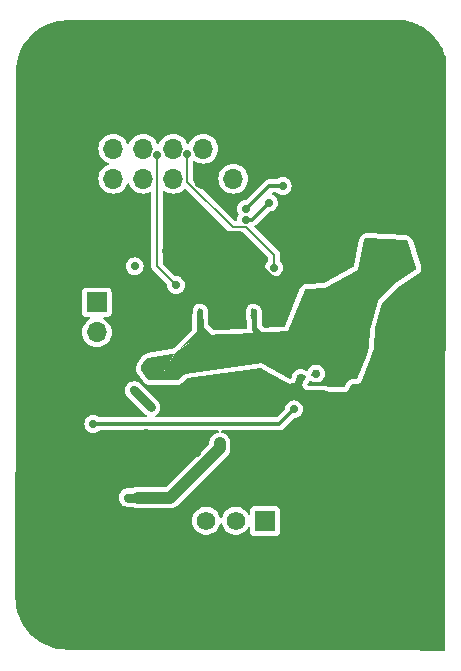
<source format=gbr>
%TF.GenerationSoftware,KiCad,Pcbnew,8.0.5*%
%TF.CreationDate,2026-01-02T18:08:47-06:00*%
%TF.ProjectId,FOC_DV,464f435f-4456-42e6-9b69-6361645f7063,rev?*%
%TF.SameCoordinates,PX7735940PY6422c40*%
%TF.FileFunction,Copper,L2,Bot*%
%TF.FilePolarity,Positive*%
%FSLAX46Y46*%
G04 Gerber Fmt 4.6, Leading zero omitted, Abs format (unit mm)*
G04 Created by KiCad (PCBNEW 8.0.5) date 2026-01-02 18:08:47*
%MOMM*%
%LPD*%
G01*
G04 APERTURE LIST*
%TA.AperFunction,ComponentPad*%
%ADD10C,6.400000*%
%TD*%
%TA.AperFunction,ComponentPad*%
%ADD11R,1.600000X1.600000*%
%TD*%
%TA.AperFunction,ComponentPad*%
%ADD12C,1.600000*%
%TD*%
%TA.AperFunction,ComponentPad*%
%ADD13C,0.399999*%
%TD*%
%TA.AperFunction,ComponentPad*%
%ADD14R,1.750000X1.750000*%
%TD*%
%TA.AperFunction,ComponentPad*%
%ADD15C,1.575000*%
%TD*%
%TA.AperFunction,ComponentPad*%
%ADD16O,2.500000X1.700000*%
%TD*%
%TA.AperFunction,ComponentPad*%
%ADD17R,1.700000X1.700000*%
%TD*%
%TA.AperFunction,ComponentPad*%
%ADD18O,1.700000X1.700000*%
%TD*%
%TA.AperFunction,ViaPad*%
%ADD19C,0.700000*%
%TD*%
%TA.AperFunction,Conductor*%
%ADD20C,0.750000*%
%TD*%
%TA.AperFunction,Conductor*%
%ADD21C,0.300000*%
%TD*%
%TA.AperFunction,Conductor*%
%ADD22C,0.200000*%
%TD*%
%TA.AperFunction,Conductor*%
%ADD23C,1.000000*%
%TD*%
G04 APERTURE END LIST*
D10*
%TO.P,H4,1*%
%TO.N,GND*%
X37302944Y50502944D03*
%TD*%
%TO.P,H2,1*%
%TO.N,GND*%
X9600000Y50600000D03*
%TD*%
%TO.P,H3,1*%
%TO.N,GND*%
X9497056Y5902944D03*
%TD*%
%TO.P,H1,1*%
%TO.N,GND*%
X37250000Y6000000D03*
%TD*%
D11*
%TO.P,C1,1*%
%TO.N,VCC*%
X33200000Y28200000D03*
D12*
%TO.P,C1,2*%
%TO.N,GND*%
X38950000Y28200000D03*
%TD*%
D13*
%TO.P,U1,V*%
%TO.N,GND*%
X21049999Y31499999D03*
X22049999Y31499999D03*
X23050000Y31499999D03*
X24050001Y31499999D03*
X25050001Y31499999D03*
X21049999Y32500000D03*
X22049999Y32500000D03*
X23050000Y32500000D03*
X24050001Y32500000D03*
X25050001Y32500000D03*
X21049999Y33500001D03*
X22049999Y33500001D03*
X23050000Y33500001D03*
X24050001Y33500001D03*
X25050001Y33500001D03*
%TD*%
D14*
%TO.P,J3,3,3*%
%TO.N,phase_A*%
X26250000Y12500000D03*
D15*
%TO.P,J3,2,2*%
%TO.N,phase_B*%
X23750000Y12500000D03*
%TO.P,J3,1,1*%
%TO.N,phase_C*%
X21250000Y12500000D03*
%TD*%
D16*
%TO.P,REF\u002A\u002A,1*%
%TO.N,VCC*%
X36500000Y34250000D03*
%TO.P,REF\u002A\u002A,2*%
%TO.N,GND*%
X36500000Y40500000D03*
%TD*%
D17*
%TO.P,U2,1*%
%TO.N,GND*%
X23540000Y44000000D03*
D18*
%TO.P,U2,2*%
%TO.N,+3.3V*%
X23540000Y41460000D03*
%TO.P,U2,3*%
%TO.N,Net-(U2-En)*%
X21000000Y44000000D03*
%TO.P,U2,4*%
%TO.N,GND*%
X21000000Y41460000D03*
%TO.P,U2,5*%
%TO.N,IN3*%
X18460000Y44000000D03*
%TO.P,U2,6*%
%TO.N,nRST*%
X18460000Y41460000D03*
%TO.P,U2,7*%
%TO.N,IN2*%
X15920000Y44000000D03*
%TO.P,U2,8*%
%TO.N,nSLP*%
X15920000Y41460000D03*
%TO.P,U2,9*%
%TO.N,IN1*%
X13380000Y44000000D03*
%TO.P,U2,10*%
%TO.N,nFLT*%
X13380000Y41460000D03*
%TD*%
D17*
%TO.P,J1,1,Pin_1*%
%TO.N,CC_out*%
X12000000Y31000000D03*
D18*
%TO.P,J1,2,Pin_2*%
%TO.N,CA_out*%
X12000000Y28460000D03*
%TD*%
D19*
%TO.N,GND*%
X29240000Y24600000D03*
X30550000Y24970000D03*
X33750000Y23750000D03*
X38320000Y16940000D03*
X36810000Y13790000D03*
X33190000Y19150000D03*
X34020000Y12110000D03*
X31560000Y9970000D03*
X28490000Y6830000D03*
X24399672Y4719673D03*
X22250000Y4610000D03*
X19980000Y4540000D03*
X14770000Y7250000D03*
X13380000Y8580000D03*
X11360000Y11010000D03*
X6230000Y17730000D03*
X6440000Y24130000D03*
X6440000Y31140000D03*
X6320000Y36470000D03*
X13160000Y46920000D03*
X19060000Y46970000D03*
X17779006Y48433202D03*
X22930991Y47679131D03*
X26773775Y46924298D03*
X28626546Y48639827D03*
X31010000Y47320000D03*
X33200000Y44399241D03*
X33830000Y46270000D03*
X39440000Y43390000D03*
X37110000Y44340000D03*
X35007303Y43162015D03*
X33190000Y41150000D03*
X36100000Y38460000D03*
X39790000Y37030000D03*
X17830000Y35350000D03*
X31090000Y21080000D03*
X21970000Y23370000D03*
X31280000Y23130000D03*
X22320000Y24380000D03*
X16170000Y19975000D03*
X9720000Y14250000D03*
X9860000Y12580000D03*
X16600000Y19300000D03*
X27120000Y32110000D03*
X26803384Y32973691D03*
X19949620Y32770380D03*
%TO.N,IN3*%
X27000000Y33940000D03*
X19615380Y43534620D03*
%TO.N,IN2*%
X18710000Y32450000D03*
X17100000Y43500000D03*
%TO.N,+3.3V*%
X22410000Y19060000D03*
X14610000Y14470000D03*
%TO.N,nRST*%
X27730000Y40850000D03*
X24624999Y38914084D03*
%TO.N,nSLP*%
X24590000Y38000000D03*
X26570000Y39440000D03*
%TO.N,GND*%
X19750000Y31950000D03*
X26200000Y32150000D03*
X26150000Y33350000D03*
X26400000Y30850000D03*
X24000000Y36700000D03*
X40450000Y19000000D03*
X39410749Y21262018D03*
X38034432Y21427839D03*
X38250000Y20350000D03*
X38700000Y22750000D03*
X39156048Y30559616D03*
X39798814Y29495036D03*
X39879159Y26582506D03*
X38774407Y24051619D03*
X39738554Y24774729D03*
X39798814Y23529372D03*
X37589308Y22585310D03*
X37700000Y23500000D03*
X37800000Y24600000D03*
X39000000Y25700000D03*
%TO.N,VCC*%
X25950000Y26750000D03*
X26850000Y26850000D03*
X26600000Y27750000D03*
X25800000Y27750000D03*
X29100000Y27800000D03*
X30300000Y27000000D03*
X31600000Y26900000D03*
X30500000Y28200000D03*
X18100000Y25400000D03*
X19000000Y26400000D03*
X19300000Y25600000D03*
X20600000Y26500000D03*
X20100000Y27250000D03*
X21000000Y27850000D03*
%TO.N,CC_out*%
X28700000Y21950000D03*
X11700000Y20700000D03*
%TO.N,CA_out*%
X16600000Y22100000D03*
X15164676Y23535324D03*
%TO.N,GND*%
X18750000Y34000000D03*
X31000000Y19500000D03*
X33000000Y18000000D03*
X20500000Y18250000D03*
X18750000Y19500000D03*
X23250000Y24500000D03*
X27250000Y30750000D03*
X33000000Y35250000D03*
X31750000Y37500000D03*
%TO.N,EN*%
X15200000Y34050000D03*
%TD*%
D20*
%TO.N,GND*%
X17830000Y35350000D02*
X19155000Y36675000D01*
X19155000Y36675000D02*
X24000000Y36675000D01*
X28800000Y23370000D02*
X31090000Y21080000D01*
X21970000Y23370000D02*
X28800000Y23370000D01*
X31230000Y23180000D02*
X31280000Y23130000D01*
X26840000Y24380000D02*
X28040000Y23180000D01*
X28040000Y23180000D02*
X31230000Y23180000D01*
X22320000Y24380000D02*
X26840000Y24380000D01*
X10845000Y14650000D02*
X16170000Y19975000D01*
X9720000Y14250000D02*
X10120000Y14650000D01*
X10120000Y14650000D02*
X10845000Y14650000D01*
X9920000Y12640000D02*
X9860000Y12580000D01*
X10730000Y12640000D02*
X9920000Y12640000D01*
X16600000Y19300000D02*
X16600000Y18510000D01*
X16600000Y18510000D02*
X10730000Y12640000D01*
X25825000Y33405000D02*
X25825000Y34115000D01*
X27120000Y32110000D02*
X25825000Y33405000D01*
X25825000Y34115000D02*
X23880000Y36060000D01*
X23880000Y36060000D02*
X24000000Y36180000D01*
X24000000Y36180000D02*
X24000000Y36675000D01*
X26803384Y32973691D02*
X26658161Y32973691D01*
X26658161Y32973691D02*
X25825000Y33806852D01*
X25825000Y33806852D02*
X25825000Y34875000D01*
X25825000Y34875000D02*
X24025000Y36675000D01*
X24025000Y36675000D02*
X24000000Y36675000D01*
X19655000Y33095000D02*
X19949620Y32800380D01*
X19350000Y33400000D02*
X19655000Y33095000D01*
X19655000Y33095000D02*
X18750000Y34000000D01*
D21*
X19350000Y33400000D02*
X18750000Y34000000D01*
D20*
X19949620Y32800380D02*
X19949620Y32770380D01*
D22*
%TO.N,IN3*%
X27000000Y35000000D02*
X27000000Y33940000D01*
X24650000Y37350000D02*
X27000000Y35000000D01*
X23483654Y37350000D02*
X24650000Y37350000D01*
X19615380Y41218274D02*
X23483654Y37350000D01*
X19615380Y43534620D02*
X19615380Y41218274D01*
%TO.N,IN2*%
X17100000Y34060000D02*
X18710000Y32450000D01*
X17100000Y43500000D02*
X17100000Y34060000D01*
D20*
%TO.N,+3.3V*%
X15510000Y14470000D02*
X14610000Y14470000D01*
D23*
X15510000Y14470000D02*
X18204925Y14470000D01*
X18204925Y14470000D02*
X22410000Y18675075D01*
X22410000Y18675075D02*
X22410000Y19060000D01*
D21*
%TO.N,nRST*%
X26560915Y40850000D02*
X27730000Y40850000D01*
X24624999Y38914084D02*
X26560915Y40850000D01*
%TO.N,nSLP*%
X24590000Y38000000D02*
X25130000Y38000000D01*
X25130000Y38000000D02*
X26570000Y39440000D01*
%TO.N,CC_out*%
X27450000Y20700000D02*
X11700000Y20700000D01*
X28700000Y21950000D02*
X27450000Y20700000D01*
D20*
%TO.N,CA_out*%
X16600000Y22100000D02*
X15164676Y23535324D01*
%TD*%
%TA.AperFunction,Conductor*%
%TO.N,VCC*%
G36*
X17600000Y25000000D02*
G01*
X19150000Y24900000D01*
X19449097Y24941494D01*
X19380614Y24879595D01*
X19380610Y24879592D01*
X18942441Y24483554D01*
X18927905Y24472662D01*
X18857962Y24429664D01*
X18824204Y24416669D01*
X18743480Y24401667D01*
X18725391Y24400000D01*
X16514133Y24400000D01*
X16498360Y24401265D01*
X16483840Y24403609D01*
X16427593Y24412687D01*
X16397649Y24422611D01*
X16341198Y24452002D01*
X16315898Y24470840D01*
X16265948Y24522276D01*
X16255878Y24534459D01*
X15765985Y25234306D01*
X15756714Y25250669D01*
X15722017Y25328298D01*
X15713478Y25364781D01*
X15710501Y25440122D01*
X15716134Y25477164D01*
X15744594Y25557283D01*
X15752546Y25574330D01*
X16073129Y26119322D01*
X16086079Y26136663D01*
X16152667Y26207992D01*
X16188198Y26232325D01*
X16278779Y26268626D01*
X16299642Y26274432D01*
X18353971Y26609832D01*
X18586538Y26647802D01*
X18586538Y26647803D01*
X18600000Y26650000D01*
X18619791Y26668750D01*
X17600000Y25000000D01*
G37*
%TD.AperFunction*%
%TA.AperFunction,Conductor*%
G36*
X20726991Y30482599D02*
G01*
X20751865Y30474068D01*
X20888054Y30405973D01*
X20909931Y30391080D01*
X20953909Y30351579D01*
X20982254Y30307434D01*
X20999872Y30251010D01*
X21004313Y30224915D01*
X21045924Y29018182D01*
X21045924Y29018179D01*
X21050000Y28900000D01*
X21133615Y28816385D01*
X21133616Y28816384D01*
X21483692Y28466307D01*
X21486132Y28463779D01*
X21497037Y28452071D01*
X21501625Y28446781D01*
X21511706Y28434290D01*
X21513842Y28431544D01*
X21538522Y28398638D01*
X21661598Y28234537D01*
X20850000Y28200000D01*
X18886570Y26921488D01*
X20500000Y28450000D01*
X20480188Y29668405D01*
X20480176Y29670124D01*
X20480190Y29678237D01*
X20480260Y29681780D01*
X20480562Y29689824D01*
X20480644Y29691602D01*
X20513986Y30291750D01*
X20517790Y30313956D01*
X20533223Y30366878D01*
X20555170Y30405929D01*
X20592345Y30446622D01*
X20609338Y30461419D01*
X20613779Y30464473D01*
X20637244Y30476367D01*
X20655757Y30482829D01*
X20707766Y30486439D01*
X20726991Y30482599D01*
G37*
%TD.AperFunction*%
%TD*%
%TA.AperFunction,Conductor*%
%TO.N,VCC*%
G36*
X38153396Y36258034D02*
G01*
X38172930Y36254986D01*
X38220816Y36242512D01*
X38256161Y36225225D01*
X38287369Y36201256D01*
X38313189Y36171564D01*
X38337591Y36128516D01*
X38345572Y36110434D01*
X38616997Y35279195D01*
X39048614Y33957367D01*
X39053046Y33936149D01*
X39058242Y33882322D01*
X39052947Y33839556D01*
X39041566Y33807645D01*
X39038535Y33799144D01*
X39015574Y33762681D01*
X38977490Y33724288D01*
X38960631Y33710662D01*
X37169744Y32562657D01*
X37169740Y32562655D01*
X37150000Y32550000D01*
X37133730Y32533128D01*
X37133723Y32533121D01*
X35835255Y31186561D01*
X35800000Y31150000D01*
X35786463Y31101059D01*
X35786459Y31101049D01*
X35786459Y31101047D01*
X35176336Y28895216D01*
X35150000Y28800000D01*
X35148701Y28779232D01*
X35148701Y28779223D01*
X35148700Y28779214D01*
X35051662Y27226586D01*
X35051125Y27220760D01*
X35049329Y27206054D01*
X35047234Y27194576D01*
X35043719Y27180178D01*
X35042166Y27174542D01*
X34852512Y26558169D01*
X34851947Y26556393D01*
X34850450Y26551835D01*
X34849207Y26548280D01*
X34847541Y26543791D01*
X34846871Y26542037D01*
X34059476Y24537758D01*
X34020601Y24490511D01*
X33961378Y24475137D01*
X33934635Y24480513D01*
X33918061Y24486313D01*
X33918053Y24486315D01*
X33750004Y24505249D01*
X33749996Y24505249D01*
X33581946Y24486315D01*
X33581934Y24486312D01*
X33422309Y24430456D01*
X33422308Y24430456D01*
X33279113Y24340480D01*
X33159520Y24220887D01*
X33069544Y24077692D01*
X33069544Y24077691D01*
X33013686Y23918061D01*
X33013686Y23918059D01*
X33009016Y23876611D01*
X32983712Y23820904D01*
X32930496Y23790709D01*
X32906092Y23788801D01*
X31654228Y23846358D01*
X31603776Y23862937D01*
X31597336Y23867240D01*
X31597334Y23867241D01*
X31456205Y23925698D01*
X31306382Y23955500D01*
X31306380Y23955500D01*
X29895874Y23955500D01*
X29837683Y23974407D01*
X29801719Y24023907D01*
X29801719Y24085093D01*
X29825868Y24124502D01*
X29830477Y24129110D01*
X29920456Y24272310D01*
X29938803Y24324746D01*
X29975867Y24373425D01*
X30034467Y24391022D01*
X30084918Y24375873D01*
X30199908Y24303620D01*
X30222310Y24289544D01*
X30271562Y24272310D01*
X30381934Y24233689D01*
X30381938Y24233688D01*
X30381941Y24233687D01*
X30381942Y24233687D01*
X30381946Y24233686D01*
X30549996Y24214751D01*
X30550000Y24214751D01*
X30550004Y24214751D01*
X30718053Y24233686D01*
X30718055Y24233687D01*
X30718059Y24233687D01*
X30877690Y24289544D01*
X31020890Y24379523D01*
X31140477Y24499110D01*
X31230456Y24642310D01*
X31286313Y24801941D01*
X31302183Y24942788D01*
X31305249Y24969996D01*
X31305249Y24970005D01*
X31286314Y25138054D01*
X31286311Y25138066D01*
X31236486Y25280456D01*
X31230456Y25297690D01*
X31206187Y25336313D01*
X31140479Y25440887D01*
X31140478Y25440888D01*
X31140477Y25440890D01*
X31020890Y25560477D01*
X31020887Y25560479D01*
X31020886Y25560480D01*
X30877691Y25650456D01*
X30718065Y25706312D01*
X30718053Y25706315D01*
X30550004Y25725249D01*
X30549996Y25725249D01*
X30381946Y25706315D01*
X30381934Y25706312D01*
X30222309Y25650456D01*
X30222308Y25650456D01*
X30079113Y25560480D01*
X29959520Y25440887D01*
X29869544Y25297692D01*
X29869544Y25297691D01*
X29851196Y25245256D01*
X29814130Y25196575D01*
X29755530Y25178979D01*
X29705081Y25194128D01*
X29567691Y25280456D01*
X29408065Y25336312D01*
X29408053Y25336315D01*
X29240004Y25355249D01*
X29239996Y25355249D01*
X29071946Y25336315D01*
X29071934Y25336312D01*
X28912309Y25280456D01*
X28912308Y25280456D01*
X28769113Y25190480D01*
X28649520Y25070887D01*
X28559544Y24927692D01*
X28559544Y24927691D01*
X28503688Y24768066D01*
X28503685Y24768054D01*
X28485891Y24610128D01*
X28460587Y24554420D01*
X28407372Y24524225D01*
X28346571Y24531076D01*
X28339719Y24534515D01*
X26020629Y25812987D01*
X26020627Y25812988D01*
X26020625Y25812989D01*
X26020623Y25812990D01*
X25962420Y25845076D01*
X27800000Y26100000D01*
X27900000Y28050000D01*
X25550000Y28400000D01*
X25198202Y28385030D01*
X25150908Y28743115D01*
X25150723Y28744618D01*
X25150275Y28748476D01*
X25149970Y28751507D01*
X25149626Y28755565D01*
X25149514Y28757039D01*
X25147984Y28779223D01*
X25131369Y29020157D01*
X25110937Y29316426D01*
X25110931Y29316478D01*
X25110000Y29330000D01*
X25007521Y29823763D01*
X25006208Y29831706D01*
X25003691Y29852069D01*
X25003026Y29868216D01*
X25003856Y29888692D01*
X25004513Y29896749D01*
X25044154Y30219536D01*
X25060718Y30354422D01*
X25065735Y30375613D01*
X25074899Y30401303D01*
X25098011Y30437915D01*
X25108977Y30448921D01*
X25146425Y30472492D01*
X25159706Y30477136D01*
X25204654Y30481918D01*
X25229770Y30478779D01*
X25251872Y30473382D01*
X25274500Y30465000D01*
X25403980Y30417045D01*
X25413741Y30412819D01*
X25437876Y30400790D01*
X25455782Y30389311D01*
X25472800Y30375613D01*
X25476772Y30372416D01*
X25484700Y30365300D01*
X25493106Y30356894D01*
X25505418Y30341890D01*
X25526064Y30310990D01*
X25540845Y30275306D01*
X25548097Y30238852D01*
X25550000Y30219536D01*
X25550000Y28950000D01*
X25593822Y28895222D01*
X25593826Y28895216D01*
X25886496Y28529379D01*
X25886499Y28529376D01*
X25950000Y28450000D01*
X26051546Y28454514D01*
X26051551Y28454514D01*
X26051552Y28454513D01*
X26051554Y28454514D01*
X26051556Y28454513D01*
X26949280Y28494413D01*
X28071441Y28544286D01*
X28071441Y28544287D01*
X28071444Y28544288D01*
X28200000Y28550000D01*
X29597592Y32019886D01*
X29606388Y32036807D01*
X29632405Y32076881D01*
X29658795Y32104164D01*
X29689978Y32125916D01*
X29724698Y32141261D01*
X29771289Y32151838D01*
X29790199Y32154250D01*
X31300000Y32200000D01*
X34100000Y33750000D01*
X34118412Y33840384D01*
X34613171Y36269205D01*
X34620540Y36291463D01*
X34645295Y36344268D01*
X34674423Y36380598D01*
X34710970Y36408819D01*
X34753483Y36427810D01*
X34810837Y36438407D01*
X34834224Y36439906D01*
X38153396Y36258034D01*
G37*
%TD.AperFunction*%
%TD*%
%TA.AperFunction,Conductor*%
%TO.N,VCC*%
G36*
X27900000Y28050000D02*
G01*
X27800000Y26100000D01*
X25962420Y25845076D01*
X19449098Y24941494D01*
X19150000Y24900000D01*
X17600000Y25000000D01*
X18688319Y26780887D01*
X18718768Y26812222D01*
X20850000Y28200000D01*
X25550000Y28400000D01*
X27900000Y28050000D01*
G37*
%TD.AperFunction*%
%TD*%
%TA.AperFunction,Conductor*%
%TO.N,GND*%
G36*
X30616171Y25309729D02*
G01*
X30637784Y25304796D01*
X30663944Y25295642D01*
X30690107Y25286488D01*
X30710079Y25276869D01*
X30757016Y25247376D01*
X30774348Y25233555D01*
X30813551Y25194352D01*
X30827373Y25177019D01*
X30856867Y25130079D01*
X30866485Y25110106D01*
X30884793Y25057786D01*
X30889727Y25036172D01*
X30895934Y24981083D01*
X30895934Y24958918D01*
X30889726Y24903825D01*
X30884794Y24882217D01*
X30866484Y24829893D01*
X30856866Y24809921D01*
X30827374Y24762984D01*
X30813552Y24745651D01*
X30774349Y24706448D01*
X30757016Y24692626D01*
X30710079Y24663134D01*
X30690107Y24653516D01*
X30637785Y24635207D01*
X30616171Y24630274D01*
X30561084Y24624067D01*
X30538913Y24624067D01*
X30483830Y24630274D01*
X30462220Y24635206D01*
X30409888Y24653517D01*
X30389912Y24663137D01*
X30300659Y24719219D01*
X30300656Y24719221D01*
X30201536Y24764242D01*
X30201534Y24764243D01*
X30166467Y24774773D01*
X30116174Y24809616D01*
X30095965Y24867368D01*
X30113561Y24925968D01*
X30126520Y24941141D01*
X30136755Y24950926D01*
X30173821Y24999607D01*
X30233940Y25111327D01*
X30233945Y25111343D01*
X30235514Y25114899D01*
X30235769Y25114787D01*
X30243131Y25130082D01*
X30272624Y25177020D01*
X30286437Y25194342D01*
X30325656Y25233561D01*
X30342981Y25247376D01*
X30389921Y25276871D01*
X30409884Y25286485D01*
X30462220Y25304799D01*
X30483826Y25309729D01*
X30538914Y25315936D01*
X30561084Y25315936D01*
X30616171Y25309729D01*
G37*
%TD.AperFunction*%
%TA.AperFunction,Conductor*%
G36*
X37963090Y54897547D02*
G01*
X38307126Y54829174D01*
X38315606Y54827095D01*
X38600721Y54743631D01*
X38686025Y54718659D01*
X38694322Y54715825D01*
X38885691Y54640856D01*
X39053667Y54575051D01*
X39061671Y54571499D01*
X39354768Y54425563D01*
X39407159Y54399477D01*
X39414823Y54395227D01*
X39743728Y54193315D01*
X39750985Y54188404D01*
X40060745Y53958173D01*
X40067544Y53952636D01*
X40355696Y53695919D01*
X40361979Y53689802D01*
X40626298Y53408583D01*
X40632014Y53401935D01*
X40870414Y53098432D01*
X40875520Y53091303D01*
X41086132Y52767893D01*
X41090586Y52760341D01*
X41271751Y52419573D01*
X41275520Y52411656D01*
X41425823Y52056197D01*
X41428877Y52047978D01*
X41525914Y51746544D01*
X41530677Y51716146D01*
X41499876Y1612053D01*
X41480933Y1553874D01*
X41431411Y1517941D01*
X41398814Y1513135D01*
X37282740Y1598886D01*
X37271885Y1599711D01*
X37265893Y1600500D01*
X37265892Y1600500D01*
X37265890Y1600500D01*
X37206273Y1600500D01*
X37204211Y1600521D01*
X37200131Y1600606D01*
X37144547Y1601764D01*
X37144546Y1601764D01*
X37144542Y1601764D01*
X37138537Y1601100D01*
X37127658Y1600500D01*
X9502279Y1600500D01*
X9497707Y1600606D01*
X9098646Y1619056D01*
X9089541Y1619899D01*
X8696119Y1674779D01*
X8687130Y1676460D01*
X8300479Y1767400D01*
X8291684Y1769902D01*
X7915060Y1896133D01*
X7906533Y1899436D01*
X7543162Y2059880D01*
X7534976Y2063957D01*
X7187956Y2257247D01*
X7180182Y2262060D01*
X6852486Y2486536D01*
X6845188Y2492047D01*
X6539601Y2745803D01*
X6532843Y2751963D01*
X6251962Y3032844D01*
X6245802Y3039602D01*
X5992046Y3345189D01*
X5986535Y3352487D01*
X5762059Y3680183D01*
X5757246Y3687957D01*
X5563956Y4034977D01*
X5559879Y4043163D01*
X5399435Y4406534D01*
X5396132Y4415061D01*
X5269901Y4791685D01*
X5267399Y4800480D01*
X5246159Y4890787D01*
X5176456Y5187146D01*
X5174780Y5196107D01*
X5119898Y5589542D01*
X5119055Y5598647D01*
X5100606Y5997694D01*
X5100501Y6002309D01*
X5104433Y12500000D01*
X20056910Y12500000D01*
X20077225Y12280770D01*
X20137477Y12069006D01*
X20235614Y11871919D01*
X20368296Y11696220D01*
X20531003Y11547894D01*
X20718194Y11431990D01*
X20923495Y11352455D01*
X21139916Y11312000D01*
X21360084Y11312000D01*
X21576505Y11352455D01*
X21781806Y11431990D01*
X21968997Y11547894D01*
X22131704Y11696220D01*
X22264386Y11871919D01*
X22362523Y12069006D01*
X22404780Y12217525D01*
X22438889Y12268318D01*
X22496342Y12289362D01*
X22555191Y12272618D01*
X22592960Y12224481D01*
X22595215Y12217541D01*
X22637477Y12069006D01*
X22735614Y11871919D01*
X22868296Y11696220D01*
X23031003Y11547894D01*
X23218194Y11431990D01*
X23423495Y11352455D01*
X23639916Y11312000D01*
X23860084Y11312000D01*
X24076505Y11352455D01*
X24281806Y11431990D01*
X24468997Y11547894D01*
X24631704Y11696220D01*
X24764386Y11871919D01*
X24786880Y11917095D01*
X24829740Y11960755D01*
X24890081Y11970885D01*
X24944853Y11943614D01*
X24973134Y11889356D01*
X24974500Y11872965D01*
X24974500Y11593479D01*
X24974501Y11593477D01*
X24989352Y11499701D01*
X24989354Y11499696D01*
X25046950Y11386658D01*
X25136658Y11296950D01*
X25249696Y11239354D01*
X25343481Y11224500D01*
X27156518Y11224501D01*
X27156521Y11224501D01*
X27156522Y11224502D01*
X27203411Y11231928D01*
X27250299Y11239353D01*
X27250299Y11239354D01*
X27250304Y11239354D01*
X27363342Y11296950D01*
X27453050Y11386658D01*
X27510646Y11499696D01*
X27525500Y11593481D01*
X27525499Y13406518D01*
X27525499Y13406519D01*
X27525499Y13406522D01*
X27525498Y13406524D01*
X27510647Y13500300D01*
X27510646Y13500302D01*
X27510646Y13500304D01*
X27453050Y13613342D01*
X27363342Y13703050D01*
X27250304Y13760646D01*
X27250305Y13760646D01*
X27156521Y13775500D01*
X25343478Y13775500D01*
X25343476Y13775499D01*
X25249700Y13760648D01*
X25249695Y13760646D01*
X25136659Y13703051D01*
X25046949Y13613341D01*
X24989354Y13500305D01*
X24974500Y13406522D01*
X24974500Y13127037D01*
X24955593Y13068846D01*
X24906093Y13032882D01*
X24844907Y13032882D01*
X24795407Y13068846D01*
X24786879Y13082909D01*
X24781069Y13094576D01*
X24764386Y13128081D01*
X24631704Y13303780D01*
X24468997Y13452106D01*
X24281806Y13568010D01*
X24076505Y13647545D01*
X24076504Y13647546D01*
X24076502Y13647546D01*
X23860084Y13688000D01*
X23639916Y13688000D01*
X23423497Y13647546D01*
X23218193Y13568010D01*
X23218188Y13568007D01*
X23031005Y13452108D01*
X23031002Y13452106D01*
X22868297Y13303782D01*
X22735615Y13128083D01*
X22735610Y13128074D01*
X22637478Y12930997D01*
X22595221Y12782478D01*
X22561111Y12731683D01*
X22503658Y12710639D01*
X22444809Y12727383D01*
X22407040Y12775520D01*
X22404779Y12782478D01*
X22362523Y12930994D01*
X22264386Y13128081D01*
X22131704Y13303780D01*
X21968997Y13452106D01*
X21781806Y13568010D01*
X21576505Y13647545D01*
X21576504Y13647546D01*
X21576502Y13647546D01*
X21360084Y13688000D01*
X21139916Y13688000D01*
X20923497Y13647546D01*
X20718193Y13568010D01*
X20718188Y13568007D01*
X20531005Y13452108D01*
X20531002Y13452106D01*
X20368297Y13303782D01*
X20235615Y13128083D01*
X20235610Y13128074D01*
X20137478Y12930997D01*
X20137477Y12930994D01*
X20077225Y12719230D01*
X20056910Y12500000D01*
X5104433Y12500000D01*
X5109396Y20700005D01*
X10944751Y20700005D01*
X10944751Y20699996D01*
X10963685Y20531947D01*
X10963688Y20531935D01*
X11019544Y20372310D01*
X11019544Y20372309D01*
X11109520Y20229114D01*
X11109523Y20229110D01*
X11229110Y20109523D01*
X11229112Y20109522D01*
X11229113Y20109521D01*
X11341562Y20038864D01*
X11372310Y20019544D01*
X11436232Y19997177D01*
X11531934Y19963689D01*
X11531938Y19963688D01*
X11531941Y19963687D01*
X11531942Y19963687D01*
X11531946Y19963686D01*
X11699996Y19944751D01*
X11700000Y19944751D01*
X11700004Y19944751D01*
X11868053Y19963686D01*
X11868055Y19963687D01*
X11868059Y19963687D01*
X12027690Y20019544D01*
X12170890Y20109523D01*
X12181872Y20120506D01*
X12236387Y20148281D01*
X12251874Y20149500D01*
X22266311Y20149500D01*
X22324502Y20130593D01*
X22360466Y20081093D01*
X22360466Y20019907D01*
X22324502Y19970407D01*
X22285625Y19953402D01*
X22147334Y19925894D01*
X22147332Y19925894D01*
X21983455Y19858015D01*
X21983454Y19858015D01*
X21835965Y19759465D01*
X21710535Y19634035D01*
X21611985Y19486546D01*
X21611985Y19486545D01*
X21544106Y19322668D01*
X21544106Y19322666D01*
X21509500Y19148694D01*
X21509500Y19089083D01*
X21490593Y19030892D01*
X21480504Y19019079D01*
X17860921Y15399496D01*
X17806404Y15371719D01*
X17790917Y15370500D01*
X15421306Y15370500D01*
X15247334Y15335894D01*
X15247332Y15335894D01*
X15083457Y15268016D01*
X15083444Y15268009D01*
X15074731Y15262186D01*
X15019728Y15245500D01*
X14533617Y15245500D01*
X14383795Y15215698D01*
X14383793Y15215698D01*
X14242665Y15157241D01*
X14242664Y15157241D01*
X14115648Y15072370D01*
X14115644Y15072367D01*
X14007633Y14964356D01*
X14007630Y14964352D01*
X13922759Y14837336D01*
X13922759Y14837335D01*
X13864302Y14696207D01*
X13864302Y14696205D01*
X13834500Y14546383D01*
X13834500Y14393618D01*
X13864302Y14243796D01*
X13864302Y14243794D01*
X13922759Y14102666D01*
X13922759Y14102665D01*
X13965049Y14039374D01*
X14007630Y13975648D01*
X14115648Y13867630D01*
X14242663Y13782761D01*
X14242664Y13782761D01*
X14242665Y13782760D01*
X14260195Y13775499D01*
X14383795Y13724302D01*
X14533620Y13694500D01*
X15019728Y13694500D01*
X15074731Y13677814D01*
X15083444Y13671992D01*
X15083457Y13671985D01*
X15142459Y13647546D01*
X15247334Y13604106D01*
X15421309Y13569500D01*
X15421310Y13569500D01*
X18293616Y13569500D01*
X18293617Y13569500D01*
X18467591Y13604105D01*
X18549531Y13638047D01*
X18631472Y13671987D01*
X18764159Y13760646D01*
X18778961Y13770536D01*
X23109464Y18101039D01*
X23109813Y18101563D01*
X23148935Y18160113D01*
X23148936Y18160115D01*
X23172599Y18195529D01*
X23208013Y18248528D01*
X23241953Y18330469D01*
X23275895Y18412409D01*
X23310500Y18586383D01*
X23310500Y18763767D01*
X23310500Y19148691D01*
X23275894Y19322666D01*
X23208014Y19486545D01*
X23208014Y19486546D01*
X23109464Y19634035D01*
X22984034Y19759465D01*
X22836544Y19858015D01*
X22672666Y19925894D01*
X22534375Y19953402D01*
X22480991Y19983299D01*
X22455375Y20038864D01*
X22467312Y20098874D01*
X22512242Y20140406D01*
X22553689Y20149500D01*
X27522474Y20149500D01*
X27522475Y20149500D01*
X27662485Y20187016D01*
X27788015Y20259490D01*
X28701737Y21173214D01*
X28756252Y21200989D01*
X28760637Y21201584D01*
X28868059Y21213687D01*
X29027690Y21269544D01*
X29170890Y21359523D01*
X29290477Y21479110D01*
X29380456Y21622310D01*
X29436313Y21781941D01*
X29455249Y21950000D01*
X29455249Y21950005D01*
X29436314Y22118054D01*
X29436311Y22118066D01*
X29413480Y22183310D01*
X29380456Y22277690D01*
X29290477Y22420890D01*
X29170890Y22540477D01*
X29170887Y22540479D01*
X29170886Y22540480D01*
X29027691Y22630456D01*
X28868065Y22686312D01*
X28868053Y22686315D01*
X28700004Y22705249D01*
X28699996Y22705249D01*
X28531946Y22686315D01*
X28531934Y22686312D01*
X28372309Y22630456D01*
X28372308Y22630456D01*
X28229113Y22540480D01*
X28109520Y22420887D01*
X28019544Y22277692D01*
X28019544Y22277691D01*
X27963686Y22118061D01*
X27963686Y22118059D01*
X27951584Y22010656D01*
X27926280Y21954949D01*
X27923211Y21951739D01*
X27250971Y21279497D01*
X27196454Y21251719D01*
X27180967Y21250500D01*
X17050856Y21250500D01*
X16992665Y21269407D01*
X16956701Y21318907D01*
X16956701Y21380093D01*
X16992665Y21429593D01*
X16995855Y21431816D01*
X17030925Y21455249D01*
X17094353Y21497630D01*
X17202370Y21605647D01*
X17287239Y21732663D01*
X17345698Y21873795D01*
X17375500Y22023620D01*
X17375500Y22176380D01*
X17345698Y22326205D01*
X17287240Y22467335D01*
X17287240Y22467336D01*
X17238366Y22540480D01*
X17202370Y22594352D01*
X15659028Y24137694D01*
X15532013Y24222563D01*
X15532012Y24222564D01*
X15532010Y24222565D01*
X15390881Y24281022D01*
X15241058Y24310824D01*
X15241056Y24310824D01*
X15088296Y24310824D01*
X15088293Y24310824D01*
X14938471Y24281022D01*
X14938469Y24281022D01*
X14797341Y24222565D01*
X14797340Y24222565D01*
X14670324Y24137694D01*
X14670320Y24137691D01*
X14562309Y24029680D01*
X14562306Y24029676D01*
X14477435Y23902660D01*
X14477435Y23902659D01*
X14418978Y23761531D01*
X14418978Y23761529D01*
X14389176Y23611707D01*
X14389176Y23458942D01*
X14418978Y23309120D01*
X14418978Y23309118D01*
X14477435Y23167990D01*
X14477435Y23167989D01*
X14519725Y23104698D01*
X14562306Y23040972D01*
X16105648Y21497630D01*
X16204147Y21431815D01*
X16242026Y21383765D01*
X16244428Y21322627D01*
X16210435Y21271753D01*
X16153031Y21250576D01*
X16149145Y21250500D01*
X12251874Y21250500D01*
X12193683Y21269407D01*
X12181876Y21279491D01*
X12170890Y21290477D01*
X12170887Y21290479D01*
X12170886Y21290480D01*
X12027691Y21380456D01*
X11868065Y21436312D01*
X11868053Y21436315D01*
X11700004Y21455249D01*
X11699996Y21455249D01*
X11531946Y21436315D01*
X11531934Y21436312D01*
X11372309Y21380456D01*
X11372308Y21380456D01*
X11229113Y21290480D01*
X11109520Y21170887D01*
X11019544Y21027692D01*
X11019544Y21027691D01*
X10963688Y20868066D01*
X10963685Y20868054D01*
X10944751Y20700005D01*
X5109396Y20700005D01*
X5112255Y25424114D01*
X15305316Y25424114D01*
X15308293Y25348775D01*
X15308295Y25348760D01*
X15318646Y25272374D01*
X15327184Y25235897D01*
X15327187Y25235886D01*
X15351813Y25162832D01*
X15386510Y25085203D01*
X15386516Y25085191D01*
X15386521Y25085180D01*
X15396493Y25065446D01*
X15403907Y25050775D01*
X15413178Y25034412D01*
X15413182Y25034406D01*
X15413185Y25034401D01*
X15433772Y25001788D01*
X15433788Y25001764D01*
X15510101Y24892746D01*
X15917446Y24310824D01*
X15923685Y24301912D01*
X15943327Y24276113D01*
X15953391Y24263938D01*
X15975044Y24239778D01*
X16024997Y24188339D01*
X16025005Y24188332D01*
X16073722Y24145601D01*
X16073725Y24145598D01*
X16099020Y24126763D01*
X16115840Y24116218D01*
X16153937Y24092331D01*
X16210388Y24062940D01*
X16238072Y24051234D01*
X16270072Y24037703D01*
X16270074Y24037703D01*
X16270082Y24037699D01*
X16290492Y24030935D01*
X16300019Y24027777D01*
X16300022Y24027777D01*
X16300026Y24027775D01*
X16362983Y24012367D01*
X16362988Y24012367D01*
X16362989Y24012366D01*
X16453538Y23997752D01*
X16461664Y23997580D01*
X16465943Y23997063D01*
X16481716Y23995798D01*
X16514133Y23994500D01*
X16514142Y23994500D01*
X18725402Y23994500D01*
X18725406Y23994501D01*
X18762602Y23996211D01*
X18762619Y23996213D01*
X18762627Y23996213D01*
X18773556Y23997221D01*
X18780691Y23997878D01*
X18817571Y24002993D01*
X18898295Y24017995D01*
X18969879Y24038239D01*
X19003637Y24051234D01*
X19070326Y24084220D01*
X19140269Y24127218D01*
X19171062Y24148155D01*
X19185598Y24159047D01*
X19214345Y24182724D01*
X19605823Y24536562D01*
X19658600Y24561177D01*
X25852079Y25420387D01*
X25912314Y25409655D01*
X25913410Y25409060D01*
X26764754Y24939729D01*
X28143920Y24179419D01*
X28143945Y24179406D01*
X28143952Y24179402D01*
X28157824Y24172100D01*
X28164676Y24168661D01*
X28178871Y24161878D01*
X28301167Y24128126D01*
X28361968Y24121275D01*
X28361969Y24121275D01*
X28488710Y24126966D01*
X28607488Y24171544D01*
X28660703Y24201739D01*
X28759893Y24280840D01*
X28829785Y24386721D01*
X28853023Y24437882D01*
X28854766Y24441256D01*
X28888838Y24564715D01*
X28888838Y24564716D01*
X28888841Y24564726D01*
X28900270Y24666175D01*
X28905204Y24687786D01*
X28906898Y24692626D01*
X28923515Y24740115D01*
X28933129Y24760080D01*
X28962623Y24807018D01*
X28976439Y24824344D01*
X29015656Y24863561D01*
X29032981Y24877376D01*
X29079921Y24906871D01*
X29099884Y24916485D01*
X29152220Y24934799D01*
X29173826Y24939729D01*
X29228914Y24945936D01*
X29251076Y24945937D01*
X29306175Y24939730D01*
X29327783Y24934797D01*
X29380106Y24916488D01*
X29400077Y24906871D01*
X29489342Y24850781D01*
X29588460Y24805760D01*
X29623528Y24795230D01*
X29673822Y24760386D01*
X29694031Y24702634D01*
X29676435Y24644034D01*
X29663473Y24628857D01*
X29653241Y24619075D01*
X29653238Y24619072D01*
X29616899Y24571344D01*
X29616280Y24570552D01*
X29616170Y24570385D01*
X29556055Y24458667D01*
X29554487Y24455107D01*
X29554236Y24455218D01*
X29546866Y24439920D01*
X29491221Y24351362D01*
X29485145Y24342748D01*
X29480123Y24336378D01*
X29455972Y24296965D01*
X29455963Y24296950D01*
X29416067Y24210402D01*
X29416065Y24210398D01*
X29396219Y24085095D01*
X29396219Y24023905D01*
X29416066Y23898600D01*
X29473662Y23785560D01*
X29473666Y23785554D01*
X29509622Y23736065D01*
X29509624Y23736063D01*
X29509627Y23736059D01*
X29509628Y23736058D01*
X29599338Y23646349D01*
X29599339Y23646348D01*
X29712370Y23588757D01*
X29712375Y23588755D01*
X29712379Y23588753D01*
X29770570Y23569846D01*
X29820691Y23561908D01*
X29895871Y23550000D01*
X29895874Y23550000D01*
X31256694Y23550000D01*
X31276006Y23548098D01*
X31295309Y23544259D01*
X31328361Y23537685D01*
X31346924Y23532054D01*
X31442157Y23492607D01*
X31442157Y23492608D01*
X31468996Y23481490D01*
X31474464Y23479028D01*
X31477010Y23477788D01*
X31477185Y23477703D01*
X31527637Y23461124D01*
X31635604Y23441286D01*
X32887468Y23383729D01*
X32887478Y23383730D01*
X32887482Y23383729D01*
X32908778Y23384071D01*
X32937699Y23384535D01*
X32962103Y23386443D01*
X32962120Y23386446D01*
X32962129Y23386446D01*
X32992488Y23390725D01*
X33011830Y23393450D01*
X33130610Y23438027D01*
X33136356Y23441287D01*
X33139036Y23442809D01*
X33183826Y23468222D01*
X33283016Y23547322D01*
X33352909Y23653202D01*
X33378213Y23708909D01*
X33378215Y23708914D01*
X33385708Y23736065D01*
X33407582Y23815323D01*
X33409570Y23821684D01*
X33433513Y23890109D01*
X33443131Y23910082D01*
X33472624Y23957019D01*
X33486439Y23974344D01*
X33525656Y24013561D01*
X33542981Y24027376D01*
X33589921Y24056871D01*
X33609884Y24066485D01*
X33662220Y24084799D01*
X33683822Y24089729D01*
X33738922Y24095937D01*
X33761083Y24095937D01*
X33827248Y24088481D01*
X33832067Y24087938D01*
X33847149Y24085040D01*
X33854706Y24082969D01*
X33854709Y24082969D01*
X33854718Y24082966D01*
X33881461Y24077590D01*
X33936994Y24070371D01*
X33936998Y24070372D01*
X33937001Y24070371D01*
X34063258Y24082645D01*
X34063259Y24082646D01*
X34063267Y24082646D01*
X34122490Y24098020D01*
X34238788Y24148715D01*
X34333730Y24232867D01*
X34372605Y24280114D01*
X34436896Y24389486D01*
X35224291Y26393765D01*
X35225676Y26397340D01*
X35226346Y26399094D01*
X35227704Y26402701D01*
X35229370Y26407190D01*
X35231984Y26414443D01*
X35233227Y26417998D01*
X35235704Y26425305D01*
X35237201Y26429863D01*
X35238364Y26433462D01*
X35238929Y26435238D01*
X35240080Y26438917D01*
X35429734Y27055290D01*
X35433096Y27066821D01*
X35434649Y27072457D01*
X35437650Y27084007D01*
X35441165Y27098405D01*
X35446144Y27121766D01*
X35448239Y27133244D01*
X35451838Y27156897D01*
X35453634Y27171603D01*
X35454913Y27183542D01*
X35455450Y27189368D01*
X35456372Y27201292D01*
X35456373Y27201300D01*
X35550818Y28712466D01*
X35551432Y28722289D01*
X35554822Y28742506D01*
X35555619Y28745388D01*
X35567162Y28787117D01*
X35567161Y28787118D01*
X36156671Y30918426D01*
X36180818Y30960745D01*
X37400823Y32225936D01*
X37418646Y32240550D01*
X39179466Y33369280D01*
X39215525Y33395290D01*
X39232384Y33408916D01*
X39265378Y33438717D01*
X39303462Y33477110D01*
X39358709Y33546606D01*
X39381670Y33583069D01*
X39420483Y33662962D01*
X39423502Y33671428D01*
X39434883Y33703339D01*
X39455374Y33789730D01*
X39460669Y33832496D01*
X39461866Y33921284D01*
X39456670Y33975111D01*
X39454086Y33992081D01*
X39449982Y34019038D01*
X39449979Y34019060D01*
X39445547Y34040278D01*
X39434085Y34083235D01*
X39002468Y35405063D01*
X38731043Y36236302D01*
X38716544Y36274173D01*
X38708563Y36292255D01*
X38690356Y36328483D01*
X38665954Y36371531D01*
X38619177Y36437650D01*
X38619171Y36437657D01*
X38619164Y36437666D01*
X38593365Y36467334D01*
X38593359Y36467340D01*
X38593357Y36467342D01*
X38541235Y36516387D01*
X38534372Y36522845D01*
X38534368Y36522848D01*
X38534366Y36522850D01*
X38503158Y36546819D01*
X38503155Y36546821D01*
X38503151Y36546824D01*
X38434321Y36589490D01*
X38398978Y36606776D01*
X38398976Y36606777D01*
X38323035Y36634917D01*
X38323032Y36634918D01*
X38323029Y36634919D01*
X38275162Y36647388D01*
X38275142Y36647393D01*
X38235441Y36655639D01*
X38215894Y36658689D01*
X38175598Y36662926D01*
X38175584Y36662927D01*
X38175582Y36662927D01*
X34856410Y36844799D01*
X34856406Y36844799D01*
X34856393Y36844800D01*
X34811213Y36844590D01*
X34808287Y36844576D01*
X34808276Y36844576D01*
X34808264Y36844575D01*
X34784911Y36843078D01*
X34784906Y36843078D01*
X34784900Y36843077D01*
X34749882Y36838736D01*
X34737169Y36837159D01*
X34737146Y36837156D01*
X34679808Y36826561D01*
X34588098Y36798052D01*
X34545577Y36779057D01*
X34545570Y36779053D01*
X34463138Y36729770D01*
X34463136Y36729769D01*
X34426595Y36701553D01*
X34426591Y36701550D01*
X34358055Y36634255D01*
X34358047Y36634246D01*
X34328930Y36597930D01*
X34328925Y36597923D01*
X34328925Y36597922D01*
X34282159Y36522845D01*
X34278136Y36516387D01*
X34253375Y36463570D01*
X34235595Y36418928D01*
X34235592Y36418920D01*
X34228214Y36396633D01*
X34228213Y36396632D01*
X34215835Y36350162D01*
X34215832Y36350149D01*
X33749103Y34058934D01*
X33718961Y34005688D01*
X33700042Y33992081D01*
X31210524Y32613955D01*
X31165576Y32601614D01*
X29921056Y32563902D01*
X29777917Y32559564D01*
X29763469Y32558427D01*
X29738885Y32556491D01*
X29725930Y32554838D01*
X29719983Y32554079D01*
X29719973Y32554078D01*
X29719971Y32554077D01*
X29710990Y32552489D01*
X29681517Y32547276D01*
X29681508Y32547275D01*
X29681491Y32547271D01*
X29634938Y32536703D01*
X29634933Y32536701D01*
X29634929Y32536700D01*
X29634926Y32536699D01*
X29610562Y32528634D01*
X29560769Y32512150D01*
X29526053Y32496806D01*
X29457980Y32458493D01*
X29457979Y32458493D01*
X29426804Y32436746D01*
X29426801Y32436744D01*
X29367336Y32386090D01*
X29340946Y32358808D01*
X29340944Y32358805D01*
X29292293Y32297684D01*
X29266282Y32257619D01*
X29246597Y32223840D01*
X29237802Y32206921D01*
X29221453Y32171379D01*
X27945140Y29002603D01*
X27905861Y28955690D01*
X27857705Y28940688D01*
X26933481Y28899611D01*
X26933462Y28899611D01*
X26188160Y28866486D01*
X26129187Y28882791D01*
X26106458Y28903543D01*
X25977194Y29065124D01*
X25955607Y29122375D01*
X25955500Y29126969D01*
X25955500Y30219523D01*
X25955500Y30219536D01*
X25953546Y30259293D01*
X25951643Y30278609D01*
X25945804Y30317970D01*
X25938552Y30354424D01*
X25938551Y30354425D01*
X25938551Y30354430D01*
X25915483Y30430469D01*
X25915474Y30430493D01*
X25900697Y30466168D01*
X25876279Y30511852D01*
X25863229Y30536268D01*
X25842583Y30567168D01*
X25818889Y30599118D01*
X25818273Y30599869D01*
X25806587Y30614111D01*
X25806584Y30614113D01*
X25806577Y30614122D01*
X25779838Y30643626D01*
X25772431Y30651033D01*
X25769025Y30657719D01*
X25728427Y30690396D01*
X25728424Y30690398D01*
X25727085Y30691476D01*
X25727069Y30691489D01*
X25727058Y30691497D01*
X25727059Y30691497D01*
X25710041Y30705195D01*
X25710022Y30705209D01*
X25674640Y30730677D01*
X25674635Y30730680D01*
X25674627Y30730686D01*
X25656721Y30742165D01*
X25656719Y30742166D01*
X25656713Y30742170D01*
X25618776Y30763703D01*
X25618768Y30763707D01*
X25594635Y30775735D01*
X25594623Y30775741D01*
X25574850Y30784940D01*
X25573720Y30785430D01*
X25565067Y30789176D01*
X25544809Y30797307D01*
X25415339Y30845257D01*
X25415335Y30845258D01*
X25392734Y30853630D01*
X25379637Y30857640D01*
X25348063Y30867308D01*
X25325961Y30872705D01*
X25325953Y30872707D01*
X25325951Y30872707D01*
X25280060Y30881149D01*
X25270011Y30882405D01*
X25254942Y30884288D01*
X25254938Y30884289D01*
X25254935Y30884289D01*
X25163542Y30885126D01*
X25161755Y30885142D01*
X25161754Y30885142D01*
X25161753Y30885142D01*
X25161745Y30885142D01*
X25116820Y30880363D01*
X25116798Y30880359D01*
X25025866Y30859913D01*
X25012586Y30855269D01*
X24930410Y30815666D01*
X24903290Y30798595D01*
X24892970Y30792099D01*
X24889302Y30789166D01*
X24821725Y30735132D01*
X24810756Y30724123D01*
X24755115Y30654371D01*
X24732002Y30617758D01*
X24692971Y30537543D01*
X24683809Y30511858D01*
X24671139Y30469020D01*
X24666126Y30447846D01*
X24666125Y30447841D01*
X24658239Y30403835D01*
X24658238Y30403827D01*
X24641677Y30268961D01*
X24641677Y30268960D01*
X24602033Y29946148D01*
X24600354Y29929716D01*
X24599699Y29921685D01*
X24598688Y29905105D01*
X24597858Y29884634D01*
X24597869Y29851523D01*
X24598532Y29835397D01*
X24601254Y29802324D01*
X24603772Y29781956D01*
X24606141Y29765541D01*
X24607443Y29757662D01*
X24610486Y29741335D01*
X24705991Y29281177D01*
X24707822Y29267871D01*
X24726830Y28992259D01*
X24726830Y28992257D01*
X24735061Y28872885D01*
X24720202Y28813532D01*
X24673293Y28774248D01*
X24640505Y28767165D01*
X21909520Y28650954D01*
X21850578Y28667370D01*
X21827721Y28688376D01*
X21827259Y28688959D01*
X21817187Y28701439D01*
X21807957Y28712471D01*
X21803373Y28717756D01*
X21793757Y28728455D01*
X21782820Y28740197D01*
X21777981Y28745300D01*
X21777949Y28745333D01*
X21777897Y28745388D01*
X21775457Y28747916D01*
X21770424Y28753038D01*
X21623949Y28899513D01*
X21477342Y29046121D01*
X21449565Y29100637D01*
X21448405Y29112712D01*
X21447913Y29126969D01*
X21409572Y30238889D01*
X21404065Y30292947D01*
X21399624Y30319042D01*
X21399619Y30319063D01*
X21386944Y30371864D01*
X21386942Y30371869D01*
X21369328Y30428282D01*
X21369326Y30428285D01*
X21369324Y30428294D01*
X21323471Y30526526D01*
X21295126Y30570671D01*
X21270912Y30599135D01*
X21224874Y30653255D01*
X21224866Y30653263D01*
X21180896Y30692756D01*
X21138118Y30726283D01*
X21116245Y30741173D01*
X21069412Y30768657D01*
X20933209Y30836759D01*
X20883418Y30857636D01*
X20883405Y30857640D01*
X20858564Y30866161D01*
X20858547Y30866166D01*
X20806419Y30880244D01*
X20806416Y30880245D01*
X20787193Y30884084D01*
X20787195Y30884084D01*
X20679690Y30890966D01*
X20679678Y30890966D01*
X20627680Y30887357D01*
X20522121Y30865677D01*
X20503608Y30859215D01*
X20453917Y30838060D01*
X20453902Y30838053D01*
X20431616Y30826756D01*
X20430445Y30826162D01*
X20430440Y30826160D01*
X20430425Y30826151D01*
X20384011Y30798595D01*
X20383997Y30798586D01*
X20379588Y30795554D01*
X20379552Y30795527D01*
X20343059Y30767239D01*
X20343034Y30767218D01*
X20326058Y30752436D01*
X20326044Y30752423D01*
X20292963Y30720121D01*
X20292954Y30720112D01*
X20255791Y30679432D01*
X20255791Y30679431D01*
X20201674Y30604604D01*
X20201673Y30604601D01*
X20179723Y30565544D01*
X20143938Y30480400D01*
X20128509Y30427496D01*
X20118111Y30382419D01*
X20114306Y30360209D01*
X20114303Y30360182D01*
X20109111Y30314262D01*
X20106057Y30259293D01*
X20077282Y29741335D01*
X20075764Y29714019D01*
X20075577Y29710336D01*
X20075485Y29708324D01*
X20075345Y29705017D01*
X20075047Y29697074D01*
X20074836Y29689685D01*
X20074768Y29686250D01*
X20074691Y29679007D01*
X20074677Y29670864D01*
X20074686Y29667299D01*
X20074699Y29665419D01*
X20074740Y29661899D01*
X20090946Y28665258D01*
X20072987Y28606767D01*
X20060046Y28591779D01*
X18640961Y27247383D01*
X18626896Y27236290D01*
X18497496Y27152030D01*
X18497486Y27152022D01*
X18427962Y27094821D01*
X18427952Y27094812D01*
X18397521Y27063496D01*
X18397501Y27063473D01*
X18389672Y27053382D01*
X18339062Y27018998D01*
X18327410Y27016365D01*
X18306681Y27012981D01*
X18288632Y27010033D01*
X18288631Y27010033D01*
X16234306Y26674635D01*
X16234293Y26674632D01*
X16190945Y26665092D01*
X16190930Y26665089D01*
X16190926Y26665087D01*
X16186812Y26663943D01*
X16170066Y26659283D01*
X16127930Y26645024D01*
X16037366Y26608730D01*
X16037336Y26608716D01*
X15959084Y26566894D01*
X15959078Y26566891D01*
X15923545Y26542557D01*
X15923537Y26542551D01*
X15856261Y26484711D01*
X15856257Y26484708D01*
X15789665Y26413374D01*
X15789662Y26413372D01*
X15761166Y26379280D01*
X15748234Y26361962D01*
X15748217Y26361938D01*
X15723621Y26324929D01*
X15403023Y25779912D01*
X15403020Y25779906D01*
X15385072Y25745774D01*
X15377109Y25728703D01*
X15377104Y25728694D01*
X15362494Y25693039D01*
X15362478Y25692996D01*
X15334026Y25612901D01*
X15315246Y25538144D01*
X15315244Y25538134D01*
X15315243Y25538128D01*
X15309610Y25501086D01*
X15309609Y25501079D01*
X15305317Y25424126D01*
X15305316Y25424114D01*
X5112255Y25424114D01*
X5114093Y28460004D01*
X10744723Y28460004D01*
X10744723Y28459997D01*
X10763791Y28242031D01*
X10763792Y28242024D01*
X10763793Y28242023D01*
X10820425Y28030670D01*
X10912898Y27832361D01*
X11038402Y27653123D01*
X11193123Y27498402D01*
X11372361Y27372898D01*
X11570670Y27280425D01*
X11782023Y27223793D01*
X11782027Y27223793D01*
X11782030Y27223792D01*
X11999997Y27204723D01*
X12000000Y27204723D01*
X12000003Y27204723D01*
X12217969Y27223792D01*
X12217970Y27223793D01*
X12217977Y27223793D01*
X12429330Y27280425D01*
X12627639Y27372898D01*
X12806877Y27498402D01*
X12961598Y27653123D01*
X13087102Y27832361D01*
X13179575Y28030670D01*
X13236207Y28242023D01*
X13255277Y28460000D01*
X13255277Y28460004D01*
X13236208Y28677970D01*
X13236207Y28677973D01*
X13236207Y28677977D01*
X13179575Y28889330D01*
X13097601Y29065124D01*
X13087107Y29087628D01*
X13087103Y29087636D01*
X12961601Y29266873D01*
X12961600Y29266874D01*
X12961598Y29266877D01*
X12806877Y29421598D01*
X12806873Y29421601D01*
X12806872Y29421602D01*
X12627636Y29547104D01*
X12627628Y29547108D01*
X12598315Y29560777D01*
X12553567Y29602505D01*
X12541892Y29662566D01*
X12567750Y29718019D01*
X12621264Y29747682D01*
X12640152Y29749501D01*
X12881518Y29749501D01*
X12881521Y29749501D01*
X12881522Y29749502D01*
X12933049Y29757662D01*
X12975299Y29764353D01*
X12975299Y29764354D01*
X12975304Y29764354D01*
X13088342Y29821950D01*
X13178050Y29911658D01*
X13235646Y30024696D01*
X13250500Y30118481D01*
X13250499Y31881518D01*
X13250499Y31881519D01*
X13250499Y31881522D01*
X13250498Y31881524D01*
X13235647Y31975300D01*
X13235646Y31975302D01*
X13235646Y31975304D01*
X13178050Y32088342D01*
X13088342Y32178050D01*
X12975304Y32235646D01*
X12975305Y32235646D01*
X12881521Y32250500D01*
X11118478Y32250500D01*
X11118476Y32250499D01*
X11024700Y32235648D01*
X11024695Y32235646D01*
X10911659Y32178051D01*
X10821949Y32088341D01*
X10764354Y31975305D01*
X10749500Y31881522D01*
X10749500Y30118479D01*
X10749501Y30118477D01*
X10764352Y30024701D01*
X10764354Y30024696D01*
X10821950Y29911658D01*
X10911658Y29821950D01*
X11024696Y29764354D01*
X11118481Y29749500D01*
X11359847Y29749501D01*
X11418035Y29730594D01*
X11453999Y29681094D01*
X11454000Y29619909D01*
X11418036Y29570409D01*
X11401686Y29560777D01*
X11372364Y29547104D01*
X11193127Y29421602D01*
X11038398Y29266873D01*
X10912896Y29087636D01*
X10912892Y29087628D01*
X10820426Y28889334D01*
X10763791Y28677970D01*
X10744723Y28460004D01*
X5114093Y28460004D01*
X5117476Y34050005D01*
X14444751Y34050005D01*
X14444751Y34049996D01*
X14463685Y33881947D01*
X14463688Y33881935D01*
X14519544Y33722310D01*
X14519544Y33722309D01*
X14609520Y33579114D01*
X14609523Y33579110D01*
X14729110Y33459523D01*
X14729112Y33459522D01*
X14729113Y33459521D01*
X14831335Y33395290D01*
X14872310Y33369544D01*
X14929527Y33349523D01*
X15031934Y33313689D01*
X15031938Y33313688D01*
X15031941Y33313687D01*
X15031942Y33313687D01*
X15031946Y33313686D01*
X15199996Y33294751D01*
X15200000Y33294751D01*
X15200004Y33294751D01*
X15368053Y33313686D01*
X15368055Y33313687D01*
X15368059Y33313687D01*
X15527690Y33369544D01*
X15670890Y33459523D01*
X15790477Y33579110D01*
X15880456Y33722310D01*
X15936313Y33881941D01*
X15940746Y33921284D01*
X15955249Y34049996D01*
X15955249Y34050005D01*
X15936314Y34218054D01*
X15936311Y34218066D01*
X15904729Y34308322D01*
X15880456Y34377690D01*
X15790477Y34520890D01*
X15670890Y34640477D01*
X15670887Y34640479D01*
X15670886Y34640480D01*
X15527691Y34730456D01*
X15368065Y34786312D01*
X15368053Y34786315D01*
X15200004Y34805249D01*
X15199996Y34805249D01*
X15031946Y34786315D01*
X15031934Y34786312D01*
X14872309Y34730456D01*
X14872308Y34730456D01*
X14729113Y34640480D01*
X14609520Y34520887D01*
X14519544Y34377692D01*
X14519544Y34377691D01*
X14463688Y34218066D01*
X14463685Y34218054D01*
X14444751Y34050005D01*
X5117476Y34050005D01*
X5123498Y44000004D01*
X12124723Y44000004D01*
X12124723Y43999997D01*
X12143791Y43782031D01*
X12143792Y43782024D01*
X12143793Y43782023D01*
X12200425Y43570670D01*
X12292898Y43372361D01*
X12418402Y43193123D01*
X12573123Y43038402D01*
X12752361Y42912898D01*
X12950670Y42820425D01*
X12950671Y42820425D01*
X12952172Y42819725D01*
X12996920Y42777996D01*
X13008595Y42717935D01*
X12982737Y42662482D01*
X12952172Y42640276D01*
X12752372Y42547108D01*
X12752364Y42547104D01*
X12573127Y42421602D01*
X12418398Y42266873D01*
X12292896Y42087636D01*
X12292892Y42087628D01*
X12200426Y41889334D01*
X12143791Y41677970D01*
X12124723Y41460004D01*
X12124723Y41459997D01*
X12143791Y41242031D01*
X12143792Y41242024D01*
X12143793Y41242023D01*
X12200425Y41030670D01*
X12284670Y40850005D01*
X12292897Y40832363D01*
X12398227Y40681935D01*
X12418402Y40653123D01*
X12573123Y40498402D01*
X12752361Y40372898D01*
X12950670Y40280425D01*
X13162023Y40223793D01*
X13162027Y40223793D01*
X13162030Y40223792D01*
X13379997Y40204723D01*
X13380000Y40204723D01*
X13380003Y40204723D01*
X13597969Y40223792D01*
X13597970Y40223793D01*
X13597977Y40223793D01*
X13809330Y40280425D01*
X14007639Y40372898D01*
X14186877Y40498402D01*
X14341598Y40653123D01*
X14467102Y40832361D01*
X14559575Y41030670D01*
X14559576Y41030675D01*
X14560275Y41032173D01*
X14602004Y41076921D01*
X14662065Y41088596D01*
X14717518Y41062738D01*
X14739725Y41032173D01*
X14740423Y41030675D01*
X14740425Y41030670D01*
X14824670Y40850005D01*
X14832897Y40832363D01*
X14938227Y40681935D01*
X14958402Y40653123D01*
X15113123Y40498402D01*
X15292361Y40372898D01*
X15490670Y40280425D01*
X15702023Y40223793D01*
X15702027Y40223793D01*
X15702030Y40223792D01*
X15919997Y40204723D01*
X15920000Y40204723D01*
X15920003Y40204723D01*
X16137969Y40223792D01*
X16137970Y40223793D01*
X16137977Y40223793D01*
X16349330Y40280425D01*
X16458661Y40331408D01*
X16519390Y40338864D01*
X16572904Y40309201D01*
X16598762Y40253748D01*
X16599500Y40241683D01*
X16599500Y34125892D01*
X16599500Y33994108D01*
X16613997Y33940005D01*
X16633609Y33866810D01*
X16699496Y33752691D01*
X16699497Y33752690D01*
X16699498Y33752689D01*
X16699500Y33752686D01*
X17321730Y33130456D01*
X17925842Y32526344D01*
X17953619Y32471827D01*
X17953994Y32455559D01*
X17954751Y32455559D01*
X17954751Y32449996D01*
X17973685Y32281947D01*
X17973688Y32281935D01*
X18029544Y32122310D01*
X18029544Y32122309D01*
X18050888Y32088341D01*
X18119523Y31979110D01*
X18239110Y31859523D01*
X18382310Y31769544D01*
X18446232Y31747177D01*
X18541934Y31713689D01*
X18541938Y31713688D01*
X18541941Y31713687D01*
X18541942Y31713687D01*
X18541946Y31713686D01*
X18709996Y31694751D01*
X18710000Y31694751D01*
X18710004Y31694751D01*
X18878053Y31713686D01*
X18878055Y31713687D01*
X18878059Y31713687D01*
X19037690Y31769544D01*
X19180890Y31859523D01*
X19300477Y31979110D01*
X19390456Y32122310D01*
X19446313Y32281941D01*
X19448087Y32297684D01*
X19465249Y32449996D01*
X19465249Y32450005D01*
X19446314Y32618054D01*
X19446311Y32618066D01*
X19423480Y32683310D01*
X19390456Y32777690D01*
X19300477Y32920890D01*
X19180890Y33040477D01*
X19180887Y33040479D01*
X19180886Y33040480D01*
X19037691Y33130456D01*
X18878065Y33186312D01*
X18878053Y33186315D01*
X18710004Y33205249D01*
X18704441Y33205249D01*
X18704441Y33207869D01*
X18654694Y33218119D01*
X18633656Y33234158D01*
X17629496Y34238318D01*
X17601719Y34292835D01*
X17600500Y34308322D01*
X17600500Y40345072D01*
X17619407Y40403263D01*
X17668907Y40439227D01*
X17730093Y40439227D01*
X17756282Y40426169D01*
X17832361Y40372898D01*
X18030670Y40280425D01*
X18242023Y40223793D01*
X18242027Y40223793D01*
X18242030Y40223792D01*
X18459997Y40204723D01*
X18460000Y40204723D01*
X18460003Y40204723D01*
X18677969Y40223792D01*
X18677970Y40223793D01*
X18677977Y40223793D01*
X18889330Y40280425D01*
X19087639Y40372898D01*
X19266877Y40498402D01*
X19377155Y40608681D01*
X19431670Y40636456D01*
X19492102Y40626885D01*
X19517161Y40608679D01*
X23083154Y37042686D01*
X23083153Y37042686D01*
X23176339Y36949501D01*
X23176344Y36949497D01*
X23290464Y36883610D01*
X23290462Y36883610D01*
X23290466Y36883609D01*
X23290468Y36883608D01*
X23417762Y36849500D01*
X23549547Y36849500D01*
X24401678Y36849500D01*
X24459869Y36830593D01*
X24471682Y36820504D01*
X26470504Y34821682D01*
X26498281Y34767165D01*
X26499500Y34751678D01*
X26499500Y34541875D01*
X26480593Y34483684D01*
X26470504Y34471872D01*
X26409524Y34410892D01*
X26409520Y34410887D01*
X26319544Y34267692D01*
X26319544Y34267691D01*
X26263688Y34108066D01*
X26263685Y34108054D01*
X26244751Y33940005D01*
X26244751Y33939996D01*
X26263685Y33771947D01*
X26263688Y33771935D01*
X26319544Y33612310D01*
X26319544Y33612309D01*
X26409520Y33469114D01*
X26409523Y33469110D01*
X26529110Y33349523D01*
X26529112Y33349522D01*
X26529113Y33349521D01*
X26616278Y33294751D01*
X26672310Y33259544D01*
X26736232Y33237177D01*
X26831934Y33203689D01*
X26831938Y33203688D01*
X26831941Y33203687D01*
X26831942Y33203687D01*
X26831946Y33203686D01*
X26999996Y33184751D01*
X27000000Y33184751D01*
X27000004Y33184751D01*
X27168053Y33203686D01*
X27168055Y33203687D01*
X27168059Y33203687D01*
X27327690Y33259544D01*
X27470890Y33349523D01*
X27590477Y33469110D01*
X27680456Y33612310D01*
X27736313Y33771941D01*
X27736314Y33771947D01*
X27755249Y33939996D01*
X27755249Y33940005D01*
X27736314Y34108054D01*
X27736311Y34108066D01*
X27697824Y34218054D01*
X27680456Y34267690D01*
X27611337Y34377691D01*
X27590479Y34410887D01*
X27590475Y34410892D01*
X27529496Y34471872D01*
X27501719Y34526389D01*
X27500500Y34541875D01*
X27500500Y35065891D01*
X27500500Y35065892D01*
X27466392Y35193186D01*
X27466390Y35193189D01*
X27466390Y35193191D01*
X27400503Y35307310D01*
X27400499Y35307315D01*
X27307314Y35400501D01*
X27307314Y35400500D01*
X25356569Y37351245D01*
X25328792Y37405762D01*
X25338363Y37466194D01*
X25377071Y37506985D01*
X25468015Y37559490D01*
X26571736Y38663214D01*
X26626251Y38690989D01*
X26630635Y38691584D01*
X26738059Y38703687D01*
X26897690Y38759544D01*
X27040890Y38849523D01*
X27160477Y38969110D01*
X27250456Y39112310D01*
X27306313Y39271941D01*
X27325249Y39440000D01*
X27325249Y39440005D01*
X27306314Y39608054D01*
X27306311Y39608066D01*
X27277335Y39690873D01*
X27250456Y39767690D01*
X27160477Y39910890D01*
X27040890Y40030477D01*
X27040887Y40030479D01*
X27040884Y40030482D01*
X26903709Y40116675D01*
X26864497Y40163643D01*
X26860382Y40224690D01*
X26892935Y40276497D01*
X26949722Y40299276D01*
X26956381Y40299500D01*
X27178126Y40299500D01*
X27236317Y40280593D01*
X27248123Y40270510D01*
X27259110Y40259523D01*
X27259112Y40259522D01*
X27259113Y40259521D01*
X27379882Y40183636D01*
X27402310Y40169544D01*
X27466232Y40147177D01*
X27561934Y40113689D01*
X27561938Y40113688D01*
X27561941Y40113687D01*
X27561942Y40113687D01*
X27561946Y40113686D01*
X27729996Y40094751D01*
X27730000Y40094751D01*
X27730004Y40094751D01*
X27898053Y40113686D01*
X27898055Y40113687D01*
X27898059Y40113687D01*
X28057690Y40169544D01*
X28200890Y40259523D01*
X28320477Y40379110D01*
X28410456Y40522310D01*
X28466313Y40681941D01*
X28485249Y40850000D01*
X28485249Y40850005D01*
X28466314Y41018054D01*
X28466311Y41018066D01*
X28441631Y41088596D01*
X28410456Y41177690D01*
X28339565Y41290511D01*
X28320479Y41320887D01*
X28320478Y41320888D01*
X28320477Y41320890D01*
X28200890Y41440477D01*
X28200887Y41440479D01*
X28200886Y41440480D01*
X28057691Y41530456D01*
X27898065Y41586312D01*
X27898053Y41586315D01*
X27730004Y41605249D01*
X27729996Y41605249D01*
X27561946Y41586315D01*
X27561934Y41586312D01*
X27402309Y41530456D01*
X27402308Y41530456D01*
X27259113Y41440480D01*
X27259110Y41440478D01*
X27259110Y41440477D01*
X27248127Y41429495D01*
X27193613Y41401719D01*
X27178126Y41400500D01*
X26488440Y41400500D01*
X26379499Y41371309D01*
X26379498Y41371310D01*
X26348430Y41362985D01*
X26348426Y41362983D01*
X26222901Y41290511D01*
X24623260Y39690873D01*
X24568744Y39663096D01*
X24564343Y39662500D01*
X24456940Y39650398D01*
X24456938Y39650398D01*
X24297308Y39594540D01*
X24297307Y39594540D01*
X24154112Y39504564D01*
X24034519Y39384971D01*
X23944543Y39241776D01*
X23944543Y39241775D01*
X23888687Y39082150D01*
X23888684Y39082138D01*
X23869750Y38914089D01*
X23869750Y38914080D01*
X23888684Y38746031D01*
X23888687Y38746019D01*
X23944543Y38586394D01*
X23944543Y38586393D01*
X23975225Y38537563D01*
X23990175Y38478232D01*
X23975225Y38432221D01*
X23909544Y38327692D01*
X23909544Y38327691D01*
X23853688Y38168066D01*
X23853685Y38168054D01*
X23834751Y38000005D01*
X23834751Y37999998D01*
X23839192Y37960586D01*
X23826920Y37900644D01*
X23781758Y37859363D01*
X23740815Y37850500D01*
X23731976Y37850500D01*
X23673785Y37869407D01*
X23661972Y37879496D01*
X20144876Y41396592D01*
X20117099Y41451109D01*
X20116399Y41460004D01*
X22284723Y41460004D01*
X22284723Y41459997D01*
X22303791Y41242031D01*
X22303792Y41242024D01*
X22303793Y41242023D01*
X22360425Y41030670D01*
X22444670Y40850005D01*
X22452897Y40832363D01*
X22558227Y40681935D01*
X22578402Y40653123D01*
X22733123Y40498402D01*
X22912361Y40372898D01*
X23110670Y40280425D01*
X23322023Y40223793D01*
X23322027Y40223793D01*
X23322030Y40223792D01*
X23539997Y40204723D01*
X23540000Y40204723D01*
X23540003Y40204723D01*
X23757969Y40223792D01*
X23757970Y40223793D01*
X23757977Y40223793D01*
X23969330Y40280425D01*
X24167639Y40372898D01*
X24346877Y40498402D01*
X24501598Y40653123D01*
X24627102Y40832361D01*
X24719575Y41030670D01*
X24776207Y41242023D01*
X24786790Y41362983D01*
X24795277Y41459997D01*
X24795277Y41460004D01*
X24776208Y41677970D01*
X24776207Y41677973D01*
X24776207Y41677977D01*
X24719575Y41889330D01*
X24627102Y42087638D01*
X24501598Y42266877D01*
X24346877Y42421598D01*
X24346873Y42421601D01*
X24346872Y42421602D01*
X24194879Y42528028D01*
X24167639Y42547102D01*
X23969330Y42639575D01*
X23757977Y42696207D01*
X23757976Y42696208D01*
X23757969Y42696209D01*
X23540003Y42715277D01*
X23539997Y42715277D01*
X23322030Y42696209D01*
X23110666Y42639574D01*
X22912372Y42547108D01*
X22912364Y42547104D01*
X22733127Y42421602D01*
X22578398Y42266873D01*
X22452896Y42087636D01*
X22452892Y42087628D01*
X22360426Y41889334D01*
X22303791Y41677970D01*
X22284723Y41460004D01*
X20116399Y41460004D01*
X20115880Y41466596D01*
X20115880Y42902311D01*
X20134787Y42960502D01*
X20184287Y42996466D01*
X20245473Y42996466D01*
X20271663Y42983408D01*
X20372361Y42912898D01*
X20570670Y42820425D01*
X20782023Y42763793D01*
X20782027Y42763793D01*
X20782030Y42763792D01*
X20999997Y42744723D01*
X21000000Y42744723D01*
X21000003Y42744723D01*
X21217969Y42763792D01*
X21217970Y42763793D01*
X21217977Y42763793D01*
X21429330Y42820425D01*
X21627639Y42912898D01*
X21806877Y43038402D01*
X21961598Y43193123D01*
X22087102Y43372361D01*
X22179575Y43570670D01*
X22236207Y43782023D01*
X22255277Y44000000D01*
X22236207Y44217977D01*
X22179575Y44429330D01*
X22087102Y44627638D01*
X21961598Y44806877D01*
X21806877Y44961598D01*
X21806873Y44961601D01*
X21806872Y44961602D01*
X21707435Y45031228D01*
X21627639Y45087102D01*
X21429330Y45179575D01*
X21217977Y45236207D01*
X21217976Y45236208D01*
X21217969Y45236209D01*
X21000003Y45255277D01*
X20999997Y45255277D01*
X20782030Y45236209D01*
X20570666Y45179574D01*
X20372372Y45087108D01*
X20372364Y45087104D01*
X20193127Y44961602D01*
X20038398Y44806873D01*
X19912896Y44627636D01*
X19912892Y44627628D01*
X19819724Y44427828D01*
X19777996Y44383080D01*
X19717935Y44371405D01*
X19662482Y44397263D01*
X19640276Y44427828D01*
X19547107Y44627628D01*
X19547103Y44627636D01*
X19421601Y44806873D01*
X19421600Y44806874D01*
X19421598Y44806877D01*
X19266877Y44961598D01*
X19266873Y44961601D01*
X19266872Y44961602D01*
X19167435Y45031228D01*
X19087639Y45087102D01*
X18889330Y45179575D01*
X18677977Y45236207D01*
X18677976Y45236208D01*
X18677969Y45236209D01*
X18460003Y45255277D01*
X18459997Y45255277D01*
X18242030Y45236209D01*
X18030666Y45179574D01*
X17832372Y45087108D01*
X17832364Y45087104D01*
X17653127Y44961602D01*
X17498398Y44806873D01*
X17372896Y44627636D01*
X17372892Y44627628D01*
X17279724Y44427828D01*
X17237996Y44383080D01*
X17177935Y44371405D01*
X17122482Y44397263D01*
X17100276Y44427828D01*
X17007107Y44627628D01*
X17007103Y44627636D01*
X16881601Y44806873D01*
X16881600Y44806874D01*
X16881598Y44806877D01*
X16726877Y44961598D01*
X16726873Y44961601D01*
X16726872Y44961602D01*
X16627435Y45031228D01*
X16547639Y45087102D01*
X16349330Y45179575D01*
X16137977Y45236207D01*
X16137976Y45236208D01*
X16137969Y45236209D01*
X15920003Y45255277D01*
X15919997Y45255277D01*
X15702030Y45236209D01*
X15490666Y45179574D01*
X15292372Y45087108D01*
X15292364Y45087104D01*
X15113127Y44961602D01*
X14958398Y44806873D01*
X14832896Y44627636D01*
X14832892Y44627628D01*
X14739724Y44427828D01*
X14697996Y44383080D01*
X14637935Y44371405D01*
X14582482Y44397263D01*
X14560276Y44427828D01*
X14467107Y44627628D01*
X14467103Y44627636D01*
X14341601Y44806873D01*
X14341600Y44806874D01*
X14341598Y44806877D01*
X14186877Y44961598D01*
X14186873Y44961601D01*
X14186872Y44961602D01*
X14087435Y45031228D01*
X14007639Y45087102D01*
X13809330Y45179575D01*
X13597977Y45236207D01*
X13597976Y45236208D01*
X13597969Y45236209D01*
X13380003Y45255277D01*
X13379997Y45255277D01*
X13162030Y45236209D01*
X12950666Y45179574D01*
X12752372Y45087108D01*
X12752364Y45087104D01*
X12573127Y44961602D01*
X12418398Y44806873D01*
X12292896Y44627636D01*
X12292892Y44627628D01*
X12200426Y44429334D01*
X12143791Y44217970D01*
X12124723Y44000004D01*
X5123498Y44000004D01*
X5127388Y50427309D01*
X5127433Y50427957D01*
X5127433Y50497748D01*
X5127536Y50502259D01*
X5145386Y50893573D01*
X5146207Y50902558D01*
X5199304Y51288403D01*
X5200939Y51297269D01*
X5288944Y51676684D01*
X5291370Y51685332D01*
X5413558Y52055174D01*
X5416774Y52063596D01*
X5457545Y52157336D01*
X5572119Y52420762D01*
X5576077Y52428835D01*
X5763301Y52770386D01*
X5767977Y52778064D01*
X5985520Y53101155D01*
X5990872Y53108370D01*
X6236934Y53410322D01*
X6242926Y53417025D01*
X6515441Y53695306D01*
X6522022Y53701440D01*
X6818742Y53953755D01*
X6825843Y53959258D01*
X7144318Y54183523D01*
X7151900Y54188360D01*
X7489472Y54382699D01*
X7497447Y54386818D01*
X7851285Y54549606D01*
X7859628Y54552993D01*
X8226821Y54682892D01*
X8235445Y54685507D01*
X8612930Y54781434D01*
X8621734Y54783249D01*
X9006412Y54844415D01*
X9015347Y54845421D01*
X9403757Y54871295D01*
X9410188Y54871513D01*
X37943705Y54899445D01*
X37963090Y54897547D01*
G37*
%TD.AperFunction*%
%TD*%
M02*

</source>
